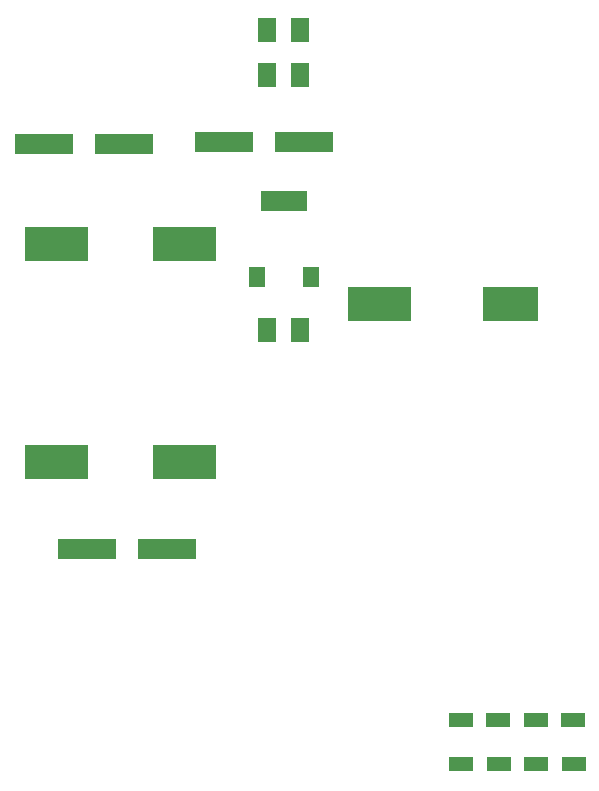
<source format=gbr>
%FSLAX34Y34*%
%MOMM*%
%LNSMDMASK_TOP*%
G71*
G01*
%ADD10R, 1.40X1.70*%
%ADD11R, 4.00X1.70*%
%ADD12R, 1.60X2.00*%
%ADD13R, 3.00X1.00*%
%ADD14R, 2.00X1.30*%
%ADD15R, 1.50X3.00*%
%ADD16R, 5.00X1.70*%
%LPD*%
X329452Y-397557D02*
G54D10*
D03*
X375451Y-397556D02*
G54D10*
D03*
X352452Y-332557D02*
G54D11*
D03*
X337750Y-442525D02*
G54D12*
D03*
X365750Y-442525D02*
G54D12*
D03*
X337750Y-226625D02*
G54D12*
D03*
X365750Y-226625D02*
G54D12*
D03*
X337750Y-188525D02*
G54D12*
D03*
X365750Y-188525D02*
G54D12*
D03*
X361093Y-284412D02*
G54D13*
D03*
X311093Y-284412D02*
G54D13*
D03*
X159280Y-285026D02*
G54D13*
D03*
X209280Y-285026D02*
G54D13*
D03*
X194239Y-627792D02*
G54D13*
D03*
X244239Y-627792D02*
G54D13*
D03*
X597455Y-772401D02*
G54D14*
D03*
X597555Y-810001D02*
G54D14*
D03*
X565705Y-772401D02*
G54D14*
D03*
X565805Y-810001D02*
G54D14*
D03*
X533955Y-772401D02*
G54D14*
D03*
X534055Y-810001D02*
G54D14*
D03*
X502205Y-772401D02*
G54D14*
D03*
X502305Y-810001D02*
G54D14*
D03*
X413950Y-420300D02*
G54D15*
D03*
X426650Y-420300D02*
G54D15*
D03*
X439350Y-420300D02*
G54D15*
D03*
X452050Y-420300D02*
G54D15*
D03*
X528250Y-420300D02*
G54D15*
D03*
X540950Y-420300D02*
G54D15*
D03*
X547300Y-420300D02*
G54D15*
D03*
X560000Y-420300D02*
G54D15*
D03*
X140900Y-369500D02*
G54D15*
D03*
X153600Y-369500D02*
G54D15*
D03*
X166300Y-369500D02*
G54D15*
D03*
X179000Y-369500D02*
G54D15*
D03*
X248850Y-369500D02*
G54D15*
D03*
X261550Y-369500D02*
G54D15*
D03*
X274250Y-369500D02*
G54D15*
D03*
X286950Y-369500D02*
G54D15*
D03*
X140900Y-553650D02*
G54D15*
D03*
X153600Y-553650D02*
G54D15*
D03*
X166300Y-553650D02*
G54D15*
D03*
X179000Y-553650D02*
G54D15*
D03*
X248850Y-553650D02*
G54D15*
D03*
X261550Y-553650D02*
G54D15*
D03*
X274250Y-553650D02*
G54D15*
D03*
X286950Y-553650D02*
G54D15*
D03*
X185294Y-627862D02*
G54D16*
D03*
X253149Y-627862D02*
G54D16*
D03*
X149015Y-284836D02*
G54D16*
D03*
X216871Y-284836D02*
G54D16*
D03*
X301254Y-282597D02*
G54D16*
D03*
X369110Y-282597D02*
G54D16*
D03*
M02*

</source>
